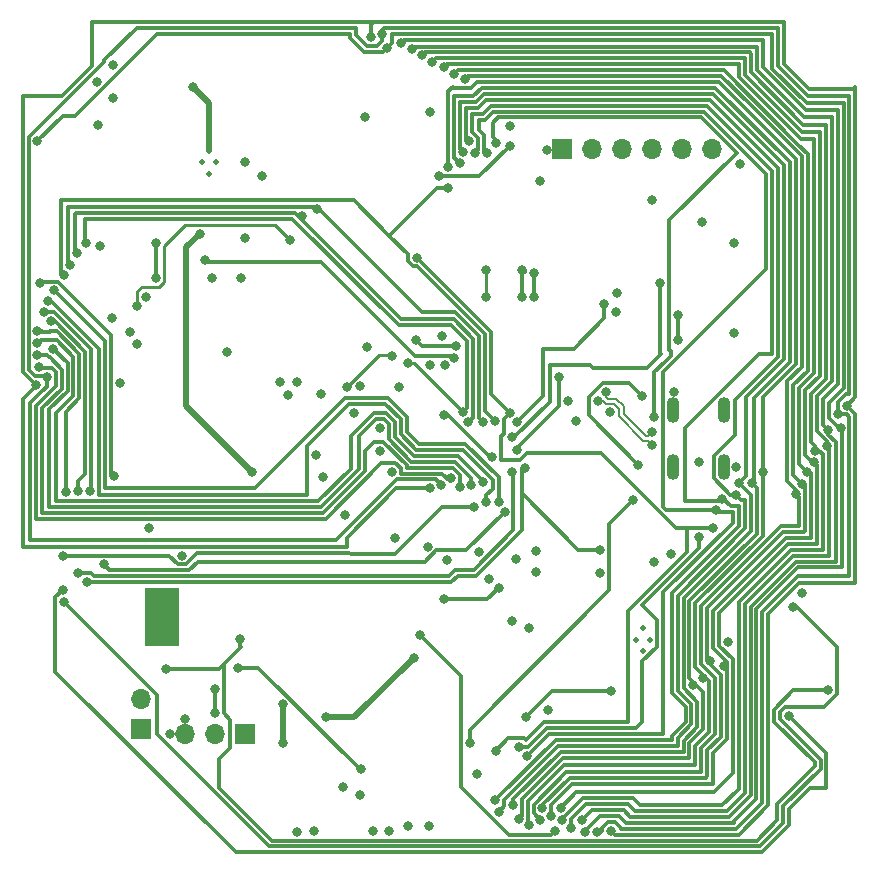
<source format=gbr>
%TF.GenerationSoftware,KiCad,Pcbnew,7.0.7-7.0.7~ubuntu22.04.1*%
%TF.CreationDate,2023-09-13T17:51:59+02:00*%
%TF.ProjectId,ShotClockProject,53686f74-436c-46f6-936b-50726f6a6563,rev?*%
%TF.SameCoordinates,Original*%
%TF.FileFunction,Copper,L4,Bot*%
%TF.FilePolarity,Positive*%
%FSLAX46Y46*%
G04 Gerber Fmt 4.6, Leading zero omitted, Abs format (unit mm)*
G04 Created by KiCad (PCBNEW 7.0.7-7.0.7~ubuntu22.04.1) date 2023-09-13 17:51:59*
%MOMM*%
%LPD*%
G01*
G04 APERTURE LIST*
%TA.AperFunction,ComponentPad*%
%ADD10R,1.700000X1.700000*%
%TD*%
%TA.AperFunction,ComponentPad*%
%ADD11O,1.700000X1.700000*%
%TD*%
%TA.AperFunction,ComponentPad*%
%ADD12C,0.600000*%
%TD*%
%TA.AperFunction,SMDPad,CuDef*%
%ADD13R,2.950000X4.900000*%
%TD*%
%TA.AperFunction,ComponentPad*%
%ADD14C,0.500000*%
%TD*%
%TA.AperFunction,ComponentPad*%
%ADD15O,1.100000X2.200000*%
%TD*%
%TA.AperFunction,ViaPad*%
%ADD16C,0.800000*%
%TD*%
%TA.AperFunction,Conductor*%
%ADD17C,0.250000*%
%TD*%
%TA.AperFunction,Conductor*%
%ADD18C,0.500000*%
%TD*%
%TA.AperFunction,Conductor*%
%ADD19C,0.300000*%
%TD*%
%TA.AperFunction,Conductor*%
%ADD20C,0.200000*%
%TD*%
G04 APERTURE END LIST*
D10*
%TO.P,J3,1,Pin_1*%
%TO.N,GND*%
X164380000Y-75500000D03*
D11*
%TO.P,J3,2,Pin_2*%
%TO.N,unconnected-(J3-Pin_2-Pad2)*%
X166920000Y-75500000D03*
%TO.P,J3,3,Pin_3*%
%TO.N,unconnected-(J3-Pin_3-Pad3)*%
X169460000Y-75500000D03*
%TO.P,J3,4,Pin_4*%
%TO.N,/STM32F103RCT6/UART4_RX*%
X172000000Y-75500000D03*
%TO.P,J3,5,Pin_5*%
%TO.N,/STM32F103RCT6/UART4_TX*%
X174540000Y-75500000D03*
%TO.P,J3,6,Pin_6*%
%TO.N,unconnected-(J3-Pin_6-Pad6)*%
X177080000Y-75500000D03*
%TD*%
D10*
%TO.P,J5,1,Pin_1*%
%TO.N,-BATT*%
X128750000Y-124540000D03*
D11*
%TO.P,J5,2,Pin_2*%
%TO.N,+BATT*%
X128750000Y-122000000D03*
%TD*%
D12*
%TO.P,IC1,9,EP*%
%TO.N,GND*%
X131165000Y-117030000D03*
X131165000Y-115730000D03*
X131165000Y-114430000D03*
X131165000Y-113130000D03*
D13*
X130515000Y-115080000D03*
D12*
X129865000Y-117030000D03*
X129865000Y-115730000D03*
X129865000Y-114430000D03*
X129865000Y-113130000D03*
%TD*%
D14*
%TO.P,U4,11,PGND*%
%TO.N,GNDPWR*%
X133955000Y-76612500D03*
X134530000Y-75662500D03*
X134530000Y-77562500D03*
X135105000Y-76612500D03*
%TD*%
D10*
%TO.P,J6,1,Pin_1*%
%TO.N,unconnected-(J6-Pin_1-Pad1)*%
X137540000Y-125000000D03*
D11*
%TO.P,J6,2,Pin_2*%
%TO.N,/Li-Po Battery and charger/IC_TEMP*%
X135000000Y-125000000D03*
%TO.P,J6,3,Pin_3*%
%TO.N,GND*%
X132460000Y-125000000D03*
%TD*%
D15*
%TO.P,J1,S1,SHIELD*%
%TO.N,GND*%
X178150000Y-97600000D03*
%TO.P,J1,S2,SHIELD__1*%
X173850000Y-97600000D03*
%TO.P,J1,S3,SHIELD__2*%
X178150000Y-102400000D03*
%TO.P,J1,S4,SHIELD__3*%
X173850000Y-102400000D03*
%TD*%
D14*
%TO.P,U3,11,PGND*%
%TO.N,GNDPWR*%
X170675000Y-117015000D03*
X171250000Y-116065000D03*
X171250000Y-117965000D03*
X171825000Y-117015000D03*
%TD*%
D16*
%TO.N,+3.3V*%
X162225000Y-111250000D03*
X178950000Y-91050000D03*
X153250000Y-93800000D03*
X134808173Y-86400913D03*
X150296051Y-108414924D03*
X136017798Y-92620674D03*
X164900000Y-96800000D03*
X178950000Y-83400000D03*
X162525000Y-78200000D03*
X176275000Y-81650000D03*
X162175000Y-109525000D03*
X179525000Y-76700000D03*
X154650000Y-110250000D03*
X147893484Y-92264607D03*
X150594503Y-95605498D03*
X137200000Y-86400000D03*
%TO.N,GND*%
X163100000Y-75550000D03*
X126425000Y-71162500D03*
X142000000Y-133275000D03*
X168500000Y-97750000D03*
X144000000Y-96200000D03*
X131200000Y-125000000D03*
X179125000Y-102375000D03*
X165597386Y-98512485D03*
X145900000Y-129525000D03*
X154475000Y-93775000D03*
X172000000Y-79750000D03*
X149000000Y-99075000D03*
X169025000Y-89275000D03*
X163200000Y-123000000D03*
X126352687Y-89764456D03*
X148975000Y-101050000D03*
X151375000Y-132775000D03*
X125325000Y-83675000D03*
X141950000Y-95200000D03*
X147350000Y-95525000D03*
X125125000Y-73412500D03*
X157375000Y-109600000D03*
X126425000Y-68337500D03*
X157200000Y-128400000D03*
X153125000Y-132775000D03*
X173875000Y-96075000D03*
X160000000Y-73553053D03*
X140550000Y-95225000D03*
X158200000Y-111920500D03*
X141250000Y-96325000D03*
X144175000Y-103275000D03*
X153256569Y-72352372D03*
X146025000Y-106500000D03*
X143600000Y-101375000D03*
X143425000Y-133250000D03*
X129425000Y-107550000D03*
X147749509Y-72800000D03*
X150000000Y-102825000D03*
X126949500Y-95250000D03*
X147300000Y-130175000D03*
X153025000Y-109150000D03*
X160525000Y-110225000D03*
X169050000Y-87675000D03*
X149775000Y-133250000D03*
X125050000Y-69762500D03*
X148375000Y-133250000D03*
X160183007Y-115395414D03*
X138975000Y-77762500D03*
X146800000Y-97800000D03*
X132226756Y-109899500D03*
X178450000Y-117200000D03*
X132475000Y-123750000D03*
X137575000Y-76562500D03*
X184750000Y-113025000D03*
X154250000Y-91325000D03*
%TO.N,/STM32F103RCT6/NRST*%
X158000000Y-88000000D03*
X146200000Y-95600000D03*
X158000000Y-85750500D03*
X150000000Y-93000000D03*
%TO.N,+BATT*%
X151909500Y-118550500D03*
X144400000Y-123600000D03*
%TO.N,Net-(D3-A)*%
X186975000Y-121300000D03*
X130900000Y-119500500D03*
X137150500Y-117000000D03*
%TO.N,/Li-Po Battery and charger/Batt_VoltageDivision_out*%
X159043227Y-112650500D03*
X154400000Y-113600000D03*
%TO.N,GNDPWR*%
X138200000Y-102800000D03*
X133739500Y-82650500D03*
X133170500Y-70200000D03*
%TO.N,Net-(D3-K)*%
X122125000Y-112800000D03*
X183624500Y-123449500D03*
%TO.N,Net-(D4-K)*%
X122275000Y-113800000D03*
X183932210Y-114229693D03*
%TO.N,/Li-Po Battery and charger/IC_TEMP*%
X135000000Y-121150500D03*
X135000000Y-123250000D03*
%TO.N,VBUS*%
X176000000Y-102000000D03*
X170850500Y-102200000D03*
X147400000Y-128000000D03*
X137000000Y-119400000D03*
X170400000Y-105200000D03*
X156600000Y-125800000D03*
X171200000Y-96400000D03*
%TO.N,/STM32F103RCT6/SWDIO*%
X162000000Y-86000000D03*
X162000000Y-87999500D03*
%TO.N,/STM32F103RCT6/SWCLK*%
X161051788Y-85683930D03*
X160999500Y-87999500D03*
%TO.N,/STM32F103RCT6/SW_BOOT0*%
X155451178Y-92173236D03*
X152022756Y-91662802D03*
%TO.N,/STM32F103RCT6/button1_in*%
X160600250Y-98600250D03*
X168000000Y-88600000D03*
%TO.N,/STM32F103RCT6/button2_in*%
X160216863Y-99876053D03*
X172750500Y-86800000D03*
%TO.N,/STM32F103RCT6/button3_in*%
X160640442Y-100989942D03*
X164200000Y-94800000D03*
%TO.N,Net-(U5-3A)*%
X174250000Y-91669570D03*
X174250000Y-89500000D03*
%TO.N,/Connectors to segment displays/TIM2_CH2_PWM2_SEG*%
X154000000Y-77800000D03*
X152129977Y-84670023D03*
X160000000Y-75200000D03*
X158816470Y-126416470D03*
X177200000Y-107583258D03*
X160000000Y-97800000D03*
%TO.N,/Connectors to segment displays/TIM2_CH1_PWM1_SEG*%
X176949500Y-118800000D03*
X162756086Y-131291778D03*
X120530089Y-89251783D03*
X124200000Y-112149000D03*
X124450500Y-104408910D03*
X184750500Y-103794641D03*
X161300500Y-102450500D03*
X172200000Y-110400000D03*
X167650500Y-109400000D03*
X155271279Y-69096054D03*
%TO.N,/Connectors to segment displays/DISP2_SEG_DP*%
X172200500Y-98200000D03*
X158798654Y-75002330D03*
X160749055Y-126106310D03*
X134200000Y-84899500D03*
X176000000Y-108332758D03*
X155258108Y-93153914D03*
%TO.N,/Connectors to segment displays/DISP2_SEG_G*%
X158042119Y-75845283D03*
X124099502Y-83400000D03*
X151400000Y-93600000D03*
X161455810Y-126855810D03*
X156000500Y-97743122D03*
X177417792Y-106048044D03*
%TO.N,/Connectors to segment displays/DISP2_SEG_F*%
X123349500Y-84308428D03*
X177933627Y-105066373D03*
X157044351Y-75786416D03*
X142415383Y-81184617D03*
X156471593Y-98624642D03*
X158751000Y-130610857D03*
%TO.N,/Connectors to segment displays/DISP2_SEG_E*%
X122749500Y-85268809D03*
X143682082Y-80549500D03*
X159051758Y-131564036D03*
X157725634Y-98608342D03*
X156549500Y-74815854D03*
X179137144Y-104748765D03*
%TO.N,/Connectors to segment displays/DISP2_SEG_D*%
X160250500Y-131000000D03*
X154800000Y-78800000D03*
X122230192Y-86169730D03*
X158718906Y-98496915D03*
X179400000Y-103784446D03*
X156049500Y-75690103D03*
%TO.N,/Connectors to segment displays/DISP2_SEG_C*%
X180472541Y-103771860D03*
X161625500Y-116000000D03*
X160750075Y-132196549D03*
X125600000Y-110649000D03*
X126449500Y-103200000D03*
X120200000Y-86800000D03*
X175488967Y-120849115D03*
X159552123Y-106200000D03*
X155748211Y-76683930D03*
%TO.N,/Connectors to segment displays/DISP2_SEG_B*%
X161633179Y-132664664D03*
X154800000Y-77000000D03*
X159046229Y-105337981D03*
X167650500Y-111400500D03*
X121390243Y-87450395D03*
X181399500Y-102800000D03*
X176314442Y-120285557D03*
%TO.N,Net-(Q2-G)*%
X140750000Y-125750000D03*
X140750000Y-122500000D03*
%TO.N,/Connectors to segment displays/DISP2_SEG_A*%
X162558347Y-132286419D03*
X141400000Y-83200000D03*
X156200000Y-69549500D03*
X128400000Y-88800000D03*
X120912502Y-88328330D03*
X158000000Y-105400000D03*
X184250500Y-104660291D03*
%TO.N,/Connectors to segment displays/DISP1_SEG_DP*%
X160199999Y-102800000D03*
X173600000Y-109800000D03*
X123400000Y-111399500D03*
X121133099Y-90068184D03*
X185149522Y-102798642D03*
X163505586Y-131967447D03*
X178125000Y-119222830D03*
X123400000Y-104400000D03*
X154434449Y-68549500D03*
%TO.N,/Connectors to segment displays/DISP1_SEG_G*%
X153447576Y-68079235D03*
X164321024Y-131236365D03*
X119999500Y-90916566D03*
X185750500Y-102000000D03*
X122200000Y-109899500D03*
X127800000Y-91000000D03*
X122400000Y-104550500D03*
X156999500Y-105768584D03*
X137600000Y-83000000D03*
%TO.N,/Connectors to segment displays/DISP1_SEG_F*%
X157704395Y-103702295D03*
X120000066Y-91916068D03*
X128450500Y-91976538D03*
X185800000Y-101000000D03*
X152600000Y-67549500D03*
X164450500Y-132293245D03*
%TO.N,/Connectors to segment displays/DISP1_SEG_E*%
X151675946Y-66999500D03*
X165200000Y-133000000D03*
X129200000Y-88000000D03*
X186850500Y-100600000D03*
X121312969Y-92370078D03*
X156723302Y-103893248D03*
%TO.N,/Connectors to segment displays/DISP1_SEG_D*%
X166116095Y-132317314D03*
X186974166Y-99302889D03*
X163800000Y-133200000D03*
X119999500Y-92915760D03*
X155743970Y-104093029D03*
X152400000Y-116600000D03*
X150749500Y-66499500D03*
%TO.N,/Connectors to segment displays/DISP1_SEG_C*%
X120149293Y-93941133D03*
X120002558Y-74802558D03*
X188000499Y-99131607D03*
X154994470Y-103352092D03*
X166400497Y-133275500D03*
X149562118Y-66962118D03*
%TO.N,/Connectors to segment displays/DISP1_SEG_B*%
X187740892Y-97949500D03*
X120800000Y-94800000D03*
X149173789Y-65774743D03*
X167400000Y-133275500D03*
X154148212Y-103883930D03*
%TO.N,/Connectors to segment displays/DISP1_SEG_A*%
X153200000Y-104200000D03*
X188500500Y-97200000D03*
X148200000Y-66000000D03*
X119870023Y-95470023D03*
X168600000Y-133200000D03*
%TO.N,Net-(R1-Pad1)*%
X130000000Y-86400000D03*
X161400000Y-123600000D03*
X168600000Y-121400000D03*
X130000000Y-83400000D03*
%TO.N,/STM32F103RCT6/PWM3_BUZZER*%
X158506018Y-101553009D03*
X154400000Y-98000000D03*
%TO.N,/STM32F103RCT6/USB_CONN_D+*%
X172000000Y-100525000D03*
X167427013Y-96767848D03*
%TO.N,/STM32F103RCT6/USB_CONN_D-*%
X168169477Y-96025384D03*
X172000000Y-99475000D03*
%TD*%
D17*
%TO.N,/STM32F103RCT6/NRST*%
X148889942Y-92910058D02*
X146200000Y-95600000D01*
X150000000Y-93000000D02*
X149910058Y-92910058D01*
X149910058Y-92910058D02*
X148889942Y-92910058D01*
X158000000Y-88000000D02*
X158000000Y-85750500D01*
D18*
%TO.N,+BATT*%
X151849500Y-118550500D02*
X146800000Y-123600000D01*
X146800000Y-123600000D02*
X144400000Y-123600000D01*
X151909500Y-118550500D02*
X151849500Y-118550500D01*
D19*
%TO.N,Net-(D3-A)*%
X135400000Y-127140000D02*
X135400000Y-129575000D01*
X130900000Y-119500500D02*
X135374500Y-119500500D01*
X182641072Y-132316357D02*
X182641072Y-130902145D01*
X135800000Y-119075000D02*
X135800000Y-123260000D01*
X180932429Y-134025000D02*
X182641072Y-132316357D01*
X182641072Y-130902145D02*
X185800000Y-127743217D01*
X137225000Y-117650000D02*
X137150500Y-117575500D01*
X135800000Y-123260000D02*
X136340000Y-123800000D01*
X184006233Y-121300000D02*
X186975000Y-121300000D01*
X182374500Y-123967267D02*
X182374500Y-122931733D01*
X135400000Y-129575000D02*
X139850000Y-134025000D01*
X136340000Y-123800000D02*
X136340000Y-126200000D01*
X185800000Y-127743217D02*
X185800000Y-127392767D01*
X139850000Y-134025000D02*
X180932429Y-134025000D01*
X185800000Y-127392767D02*
X182374500Y-123967267D01*
X136340000Y-126200000D02*
X135400000Y-127140000D01*
X135374500Y-119500500D02*
X137225000Y-117650000D01*
X137150500Y-117575500D02*
X137150500Y-117000000D01*
X182374500Y-122931733D02*
X184006233Y-121300000D01*
X137225000Y-117650000D02*
X135800000Y-119075000D01*
%TO.N,/Li-Po Battery and charger/Batt_VoltageDivision_out*%
X159043227Y-112650500D02*
X158093727Y-113600000D01*
X158093727Y-113600000D02*
X154400000Y-113600000D01*
D18*
%TO.N,GNDPWR*%
X133739500Y-82650500D02*
X132600000Y-83790000D01*
X133170500Y-70200000D02*
X134530000Y-71559500D01*
X132600000Y-97200000D02*
X138200000Y-102800000D01*
X134530000Y-71559500D02*
X134530000Y-75662500D01*
X132600000Y-83790000D02*
X132600000Y-97200000D01*
D19*
%TO.N,Net-(D3-K)*%
X121525000Y-119715000D02*
X136835000Y-135025000D01*
X183641072Y-132500000D02*
X183641072Y-131316357D01*
X186800000Y-129571642D02*
X186800000Y-126625000D01*
X183641072Y-131316357D02*
X185385787Y-129571642D01*
X185385787Y-129571642D02*
X186800000Y-129571642D01*
X121525000Y-113400000D02*
X121525000Y-119715000D01*
X181346642Y-135025000D02*
X183655538Y-132716104D01*
X122125000Y-112800000D02*
X121525000Y-113400000D01*
X183655538Y-132716104D02*
X183641072Y-132500000D01*
X186800000Y-126625000D02*
X183624500Y-123449500D01*
X136835000Y-135025000D02*
X181346642Y-135025000D01*
%TO.N,Net-(D4-K)*%
X130150000Y-125032106D02*
X130150000Y-121675000D01*
X181139535Y-134525000D02*
X139642893Y-134525000D01*
X186635661Y-122700000D02*
X183313339Y-122700000D01*
X184329693Y-114229693D02*
X187725000Y-117625000D01*
X130150000Y-121675000D02*
X122275000Y-113800000D01*
X182874500Y-123138839D02*
X182874500Y-123760161D01*
X183932210Y-114229693D02*
X184329693Y-114229693D01*
X139642893Y-134525000D02*
X130150000Y-125032106D01*
X183313339Y-122700000D02*
X182874500Y-123138839D01*
X187725000Y-121610661D02*
X186635661Y-122700000D01*
X187725000Y-117625000D02*
X187725000Y-121610661D01*
X182874500Y-123760161D02*
X186300000Y-127185661D01*
X183141072Y-132523463D02*
X181139535Y-134525000D01*
X186300000Y-127185661D02*
X186300000Y-127950323D01*
X183141072Y-131109251D02*
X183141072Y-132523463D01*
X186300000Y-127950323D02*
X183141072Y-131109251D01*
%TO.N,/Li-Po Battery and charger/IC_TEMP*%
X135000000Y-123250000D02*
X135000000Y-121150500D01*
%TO.N,VBUS*%
X156600000Y-124649500D02*
X168400000Y-112849500D01*
X138710661Y-119400000D02*
X147310661Y-128000000D01*
X176000000Y-102000000D02*
X176000000Y-102072792D01*
X156600000Y-125800000D02*
X156600000Y-124649500D01*
X168400000Y-112849500D02*
X168400000Y-107200000D01*
X167858816Y-95275384D02*
X170075384Y-95275384D01*
X170850500Y-102200000D02*
X166677013Y-98026513D01*
X147310661Y-128000000D02*
X147400000Y-128000000D01*
X137000000Y-119400000D02*
X138710661Y-119400000D01*
X168400000Y-107200000D02*
X170400000Y-105200000D01*
X166677013Y-96457187D02*
X167858816Y-95275384D01*
X166677013Y-98026513D02*
X166677013Y-96457187D01*
X170075384Y-95275384D02*
X171200000Y-96400000D01*
%TO.N,/STM32F103RCT6/SWDIO*%
X162000000Y-87999500D02*
X162000000Y-86000000D01*
%TO.N,/STM32F103RCT6/SWCLK*%
X160999500Y-85736218D02*
X161051788Y-85683930D01*
X161250000Y-85882142D02*
X161051788Y-85683930D01*
X160999500Y-87999500D02*
X160999500Y-85736218D01*
%TO.N,/STM32F103RCT6/SW_BOOT0*%
X152533190Y-92173236D02*
X152022756Y-91662802D01*
X155451178Y-92173236D02*
X152533190Y-92173236D01*
%TO.N,/STM32F103RCT6/button1_in*%
X160600250Y-98600250D02*
X162800000Y-96400500D01*
X162800000Y-96400500D02*
X162800000Y-92400000D01*
X168000000Y-89800000D02*
X168000000Y-88600000D01*
X162800000Y-92400000D02*
X165400000Y-92400000D01*
X165400000Y-92400000D02*
X168000000Y-89800000D01*
%TO.N,/STM32F103RCT6/button2_in*%
X163400000Y-96861161D02*
X163400000Y-93800000D01*
X172750500Y-92750500D02*
X172750500Y-86800000D01*
X172800000Y-92800000D02*
X172750500Y-92750500D01*
X160216863Y-99876053D02*
X160385108Y-99876053D01*
X163400000Y-93800000D02*
X166800000Y-93800000D01*
X166800000Y-93800000D02*
X167000000Y-94000000D01*
X171600000Y-94000000D02*
X172800000Y-92800000D01*
X167000000Y-94000000D02*
X171600000Y-94000000D01*
X160385108Y-99876053D02*
X163400000Y-96861161D01*
%TO.N,/STM32F103RCT6/button3_in*%
X164150000Y-94850000D02*
X164200000Y-94800000D01*
X164150000Y-97250000D02*
X164150000Y-94850000D01*
X160640442Y-100989942D02*
X160640442Y-100759558D01*
X160640442Y-100759558D02*
X164150000Y-97250000D01*
%TO.N,Net-(U5-3A)*%
X174250000Y-91669570D02*
X174250000Y-89500000D01*
%TO.N,/Connectors to segment displays/TIM2_CH2_PWM2_SEG*%
X158385170Y-90925216D02*
X152129977Y-84670023D01*
X158385170Y-96185170D02*
X158385170Y-90925216D01*
X170000000Y-114585787D02*
X170000000Y-124000000D01*
X174076152Y-107583258D02*
X167725905Y-101233011D01*
X176000000Y-107583258D02*
X177200000Y-107583258D01*
X159876630Y-125356310D02*
X158816470Y-126416470D01*
X167725905Y-101233011D02*
X161457327Y-101233011D01*
X159468906Y-99563349D02*
X159256018Y-99776237D01*
X161156310Y-125356310D02*
X159876630Y-125356310D01*
X159468906Y-98331094D02*
X159468906Y-99563349D01*
X160000000Y-97800000D02*
X159468906Y-98331094D01*
X176000000Y-107583258D02*
X175000000Y-107583258D01*
X159256018Y-99776237D02*
X159256018Y-100656018D01*
X175000000Y-107583258D02*
X175000000Y-109585787D01*
X160890338Y-101800000D02*
X161457327Y-101233011D01*
X176000000Y-107583258D02*
X174076152Y-107583258D01*
X160000000Y-97800000D02*
X158385170Y-96185170D01*
X161346447Y-125546447D02*
X161156310Y-125356310D01*
X159256018Y-101800000D02*
X160890338Y-101800000D01*
X162892894Y-124000000D02*
X161346447Y-125546447D01*
X170000000Y-124000000D02*
X162892894Y-124000000D01*
X160000000Y-75200000D02*
X157400000Y-77800000D01*
X175000000Y-109585787D02*
X170000000Y-114585787D01*
X159256018Y-101800000D02*
X159256018Y-100656018D01*
X157400000Y-77800000D02*
X154000000Y-77800000D01*
%TO.N,/Connectors to segment displays/TIM2_CH1_PWM1_SEG*%
X184400577Y-75100000D02*
X185200000Y-75899423D01*
X185000000Y-104044141D02*
X185000000Y-107800000D01*
X185000000Y-107800000D02*
X184900000Y-107900000D01*
X124550000Y-104309410D02*
X124550000Y-92425130D01*
X176700000Y-118858491D02*
X177874500Y-120032991D01*
X183157490Y-107900000D02*
X176700000Y-114357490D01*
X161000000Y-104600000D02*
X161000000Y-107742767D01*
X124550000Y-92425130D02*
X121376653Y-89251783D01*
X121376653Y-89251783D02*
X120530089Y-89251783D01*
X177874500Y-125218394D02*
X176700000Y-126392894D01*
X161000000Y-107742767D02*
X157142767Y-111600000D01*
X124450500Y-104408910D02*
X124550000Y-104309410D01*
X165089622Y-128700000D02*
X162756086Y-131033536D01*
X155600000Y-111600000D02*
X155051000Y-112149000D01*
X157142767Y-111600000D02*
X155600000Y-111600000D01*
X185200000Y-75899423D02*
X185200000Y-94285787D01*
X178100578Y-68800000D02*
X184400577Y-75100000D01*
X185200000Y-94285787D02*
X183991392Y-95494394D01*
X155271279Y-69096054D02*
X155567333Y-68800000D01*
X157400000Y-68800000D02*
X178100578Y-68800000D01*
X184750500Y-103794641D02*
X185000000Y-104044141D01*
X162756086Y-131033536D02*
X162756086Y-131291778D01*
X177874500Y-120032991D02*
X177874500Y-125218394D01*
X176700000Y-128600000D02*
X176600000Y-128700000D01*
X155567333Y-68800000D02*
X157400000Y-68800000D01*
X155051000Y-112149000D02*
X124200000Y-112149000D01*
X161088840Y-102450500D02*
X161000000Y-102539340D01*
X176600000Y-128700000D02*
X165089622Y-128700000D01*
X183991392Y-95494394D02*
X183991392Y-103035533D01*
X176700000Y-126392894D02*
X176700000Y-128600000D01*
X176700000Y-114357490D02*
X176700000Y-118858491D01*
X165800000Y-109400000D02*
X167650500Y-109400000D01*
X184900000Y-107900000D02*
X183157490Y-107900000D01*
X183991392Y-103035533D02*
X184750500Y-103794641D01*
X161300500Y-102450500D02*
X161088840Y-102450500D01*
X161000000Y-102539340D02*
X161000000Y-104600000D01*
X161000000Y-104600000D02*
X165800000Y-109400000D01*
%TO.N,/Connectors to segment displays/DISP2_SEG_DP*%
X170700000Y-124500000D02*
X163100000Y-124500000D01*
X176000000Y-108332758D02*
X176000000Y-109292894D01*
X152000000Y-93000000D02*
X155104194Y-93000000D01*
X134300500Y-85000000D02*
X144000000Y-85000000D01*
X144000000Y-85000000D02*
X152000000Y-93000000D01*
X158548500Y-73251500D02*
X158996447Y-72803553D01*
X173500000Y-81500001D02*
X173500000Y-92500000D01*
X171200000Y-114092894D02*
X172425000Y-115317894D01*
X163100000Y-124500000D02*
X161494190Y-126105810D01*
X161494190Y-126105810D02*
X160749555Y-126105810D01*
X172425000Y-117638529D02*
X171200000Y-118863529D01*
X158996447Y-72803553D02*
X161400000Y-72803553D01*
X176196574Y-72803553D02*
X179196511Y-75803490D01*
X158798654Y-75002330D02*
X158798654Y-74697605D01*
X173096447Y-93496447D02*
X172200500Y-94392394D01*
X172200500Y-94392394D02*
X172200500Y-98200000D01*
X161400000Y-72803553D02*
X176196574Y-72803553D01*
X172425000Y-115317894D02*
X172425000Y-117638529D01*
X173600000Y-92600000D02*
X173600000Y-92992894D01*
X179196511Y-75803490D02*
X173500000Y-81500001D01*
X173500000Y-92500000D02*
X173600000Y-92600000D01*
X171200000Y-124000000D02*
X170700000Y-124500000D01*
X155104194Y-93000000D02*
X155258108Y-93153914D01*
X158798654Y-74697605D02*
X158548500Y-74447451D01*
X160749555Y-126105810D02*
X160749055Y-126106310D01*
X158548500Y-74447451D02*
X158548500Y-73251500D01*
X173600000Y-92992894D02*
X173096447Y-93496447D01*
X134200000Y-84899500D02*
X134300500Y-85000000D01*
X176000000Y-109292894D02*
X171200000Y-114092894D01*
X171200000Y-118863529D02*
X171200000Y-124000000D01*
D17*
%TO.N,/Connectors to segment displays/DISP2_SEG_G*%
X156000500Y-97743122D02*
X151857378Y-93600000D01*
D19*
X156385170Y-97358452D02*
X156385170Y-91753640D01*
X141570812Y-81400000D02*
X124000000Y-81400000D01*
X181700000Y-77599873D02*
X181700000Y-85600000D01*
X124000000Y-83300498D02*
X124099502Y-83400000D01*
X173200000Y-106000000D02*
X177369748Y-106000000D01*
X150577918Y-90407106D02*
X141570812Y-81400000D01*
X157353553Y-73000000D02*
X157910659Y-73000000D01*
X181700000Y-85600000D02*
X172950000Y-94350000D01*
X158042119Y-75845283D02*
X157799500Y-75602664D01*
X177417792Y-106048044D02*
X177569748Y-106200000D01*
X173000000Y-125000000D02*
X163311620Y-125000000D01*
X172950000Y-94350000D02*
X172950000Y-105750000D01*
X173000000Y-113000000D02*
X173000000Y-125000000D01*
X158607106Y-72303553D02*
X176403680Y-72303553D01*
X178881272Y-106200000D02*
X178881272Y-107118728D01*
X157799500Y-75602664D02*
X157799500Y-74292394D01*
X157910659Y-73000000D02*
X158607106Y-72303553D01*
X156000500Y-97743122D02*
X156385170Y-97358452D01*
X155038636Y-90407106D02*
X150577918Y-90407106D01*
X172950000Y-105750000D02*
X173200000Y-106000000D01*
X157799500Y-74292394D02*
X157353553Y-73846447D01*
X176403680Y-72303553D02*
X181700000Y-77599873D01*
X177569748Y-106200000D02*
X178881272Y-106200000D01*
X157353553Y-73846447D02*
X157353553Y-73000000D01*
X124000000Y-81400000D02*
X124000000Y-83300498D01*
D17*
X151857378Y-93600000D02*
X151400000Y-93600000D01*
D19*
X178881272Y-107118728D02*
X173000000Y-113000000D01*
X163311620Y-125000000D02*
X161455810Y-126855810D01*
X156385170Y-91753640D02*
X155038636Y-90407106D01*
X177369748Y-106000000D02*
X177417792Y-106048044D01*
%TO.N,/Connectors to segment displays/DISP2_SEG_F*%
X159000500Y-130371074D02*
X163871573Y-125500000D01*
X181127208Y-92800000D02*
X182200000Y-92800000D01*
X157703553Y-72500000D02*
X156800000Y-72500000D01*
X182200000Y-77307106D02*
X176696447Y-71803553D01*
X163871573Y-125500000D02*
X173700000Y-125500000D01*
X123300000Y-80900000D02*
X123200000Y-81000000D01*
X174800000Y-105298544D02*
X174800000Y-99127208D01*
X173700000Y-121535021D02*
X173700000Y-113085288D01*
X158751000Y-130610857D02*
X158990783Y-130371074D01*
X177933627Y-105066373D02*
X177701456Y-105298544D01*
X182200000Y-92800000D02*
X182200000Y-77307106D01*
X155245742Y-89907106D02*
X150785024Y-89907106D01*
X123200000Y-81000000D02*
X123200000Y-84158928D01*
X178700000Y-105700000D02*
X178066373Y-105066373D01*
X177701456Y-105298544D02*
X174800000Y-105298544D01*
X178066373Y-105066373D02*
X177933627Y-105066373D01*
X157299500Y-75531267D02*
X157044351Y-75786416D01*
X141777918Y-80900000D02*
X123300000Y-80900000D01*
X156885170Y-98211065D02*
X156885170Y-91546534D01*
X158400000Y-71803553D02*
X157703553Y-72500000D01*
X174800000Y-99127208D02*
X181127208Y-92800000D01*
X156471593Y-98624642D02*
X156885170Y-98211065D01*
X174874500Y-122709521D02*
X173700000Y-121535021D01*
X179381272Y-105700000D02*
X178700000Y-105700000D01*
X123200000Y-84158928D02*
X123349500Y-84308428D01*
X156800000Y-74000000D02*
X157299500Y-74499500D01*
X173700000Y-113085288D02*
X179381272Y-107404016D01*
X150785024Y-89907106D02*
X141777918Y-80900000D01*
X158990783Y-130371074D02*
X159000500Y-130371074D01*
X157299500Y-74499500D02*
X157299500Y-75531267D01*
X179381272Y-107404016D02*
X179381272Y-105700000D01*
X176696447Y-71803553D02*
X158400000Y-71803553D01*
X156800000Y-72500000D02*
X156800000Y-74000000D01*
X173700000Y-125150258D02*
X174874500Y-123975758D01*
X174874500Y-123975758D02*
X174874500Y-122709521D01*
X156885170Y-91546534D02*
X155245742Y-89907106D01*
X173700000Y-125500000D02*
X173700000Y-125150258D01*
%TO.N,/Connectors to segment displays/DISP2_SEG_E*%
X179899500Y-105200000D02*
X179588379Y-105200000D01*
X174200000Y-121327915D02*
X174200000Y-113292394D01*
X122600000Y-80400000D02*
X122600000Y-85119309D01*
X179588379Y-105200000D02*
X179137144Y-104748765D01*
X157314213Y-72000000D02*
X156300000Y-72000000D01*
X174200000Y-125357364D02*
X175374500Y-124182864D01*
X179050000Y-99677208D02*
X179050000Y-96721576D01*
X177250000Y-103322792D02*
X177250000Y-101477208D01*
X182700000Y-93071576D02*
X182700000Y-77100000D01*
X152552082Y-89270000D02*
X143682082Y-80400000D01*
X182700000Y-77100000D02*
X176903553Y-71303553D01*
X143682082Y-80400000D02*
X122600000Y-80400000D01*
X164078680Y-126000000D02*
X174200000Y-126000000D01*
X174200000Y-126000000D02*
X174200000Y-125357364D01*
X155315742Y-89270000D02*
X152552082Y-89270000D01*
X158010660Y-71303553D02*
X157314213Y-72000000D01*
X179050000Y-96721576D02*
X182700000Y-93071576D01*
X159051758Y-131564036D02*
X159500500Y-131115294D01*
X178675973Y-104748765D02*
X177250000Y-103322792D01*
X179899500Y-107592894D02*
X179899500Y-105200000D01*
X156300000Y-74700000D02*
X156415854Y-74815854D01*
X157725634Y-98608342D02*
X157385170Y-98267878D01*
X159500500Y-130578180D02*
X164078680Y-126000000D01*
X157385170Y-91339428D02*
X155315742Y-89270000D01*
X175374500Y-124182864D02*
X175374500Y-122502415D01*
X177250000Y-101477208D02*
X179050000Y-99677208D01*
X179137144Y-104748765D02*
X178675973Y-104748765D01*
X156415854Y-74815854D02*
X156549500Y-74815854D01*
X175374500Y-122502415D02*
X174200000Y-121327915D01*
X157385170Y-98267878D02*
X157385170Y-91339428D01*
X174200000Y-113292394D02*
X179899500Y-107592894D01*
X156300000Y-72000000D02*
X156300000Y-74700000D01*
X122600000Y-85119309D02*
X122749500Y-85268809D01*
X159500500Y-131115294D02*
X159500500Y-130578180D01*
X176903553Y-71303553D02*
X158010660Y-71303553D01*
%TO.N,/Connectors to segment displays/DISP2_SEG_D*%
X183200000Y-76807106D02*
X177192894Y-70800000D01*
X122000000Y-85939538D02*
X122230192Y-86169730D01*
X164285788Y-126500000D02*
X174700000Y-126500000D01*
X179400000Y-103784446D02*
X180000000Y-103184446D01*
X174700000Y-113499500D02*
X180399500Y-107800000D01*
X158718906Y-98496915D02*
X157885170Y-97663179D01*
X174700000Y-125564470D02*
X175874500Y-124389970D01*
X157885170Y-97663179D02*
X157885170Y-91132322D01*
X151819316Y-85420023D02*
X151379977Y-84980684D01*
X152172871Y-85420023D02*
X151819316Y-85420023D01*
X149800000Y-82800000D02*
X146800000Y-79800000D01*
X160250500Y-131000000D02*
X160250500Y-130535288D01*
X180000000Y-103184446D02*
X180000000Y-96478682D01*
X157803553Y-70803553D02*
X157107106Y-71500000D01*
X146800000Y-79800000D02*
X122000000Y-79800000D01*
X157885170Y-91132322D02*
X152172871Y-85420023D01*
X175874500Y-122295309D02*
X174700000Y-121120809D01*
X177192894Y-70800000D02*
X161400000Y-70800000D01*
X122000000Y-79800000D02*
X122000000Y-85939538D01*
X180399500Y-107800000D02*
X180399500Y-104783946D01*
X151379977Y-84379977D02*
X149800000Y-82800000D01*
X155800000Y-75440603D02*
X156049500Y-75690103D01*
X180000000Y-96478682D02*
X183200000Y-93278682D01*
X151379977Y-84980684D02*
X151379977Y-84379977D01*
X175874500Y-124389970D02*
X175874500Y-122295309D01*
X161400000Y-70800000D02*
X161396447Y-70803553D01*
X161396447Y-70803553D02*
X157803553Y-70803553D01*
X174700000Y-121120809D02*
X174700000Y-113499500D01*
X180399500Y-104783946D02*
X179400000Y-103784446D01*
X155800000Y-71500000D02*
X155800000Y-75440603D01*
X174700000Y-126500000D02*
X174700000Y-125564470D01*
X153800000Y-78800000D02*
X149800000Y-82800000D01*
X160250500Y-130535288D02*
X164285788Y-126500000D01*
X183200000Y-93278682D02*
X183200000Y-76807106D01*
X157107106Y-71500000D02*
X155800000Y-71500000D01*
X154800000Y-78800000D02*
X153800000Y-78800000D01*
%TO.N,/Connectors to segment displays/DISP2_SEG_C*%
X164492894Y-127000000D02*
X161000000Y-130492893D01*
X126100000Y-111149000D02*
X125600000Y-110649000D01*
X155300000Y-76235719D02*
X155748211Y-76683930D01*
X176374500Y-124597076D02*
X175200000Y-125771576D01*
X176374500Y-121406276D02*
X176374500Y-124597076D01*
X155300000Y-71000000D02*
X155300000Y-76235719D01*
X120299605Y-86700395D02*
X120200000Y-86800000D01*
X175200000Y-127000000D02*
X164492894Y-127000000D01*
X126200000Y-91199491D02*
X121700904Y-86700395D01*
X156291462Y-109460661D02*
X153775000Y-109460661D01*
X180650000Y-96535788D02*
X183700000Y-93485788D01*
X161000000Y-131946624D02*
X160750075Y-132196549D01*
X175200000Y-120231776D02*
X176374500Y-121406276D01*
X177400000Y-70300000D02*
X157600000Y-70300000D01*
X121700904Y-86700395D02*
X120299605Y-86700395D01*
X175200000Y-113736172D02*
X175200000Y-120231776D01*
X153775000Y-109460661D02*
X152835661Y-110400000D01*
X133600000Y-110400000D02*
X132851000Y-111149000D01*
X175200000Y-125771576D02*
X175200000Y-127000000D01*
X183700000Y-93485788D02*
X183700000Y-76600000D01*
X161000000Y-130492893D02*
X161000000Y-131946624D01*
X126200000Y-102950500D02*
X126200000Y-91199491D01*
X132851000Y-111149000D02*
X126100000Y-111149000D01*
X126449500Y-103200000D02*
X126200000Y-102950500D01*
X183700000Y-76600000D02*
X177400000Y-70300000D01*
X159552123Y-106200000D02*
X156291462Y-109460661D01*
X156900000Y-71000000D02*
X155300000Y-71000000D01*
X152835661Y-110400000D02*
X133600000Y-110400000D01*
X180899500Y-104198819D02*
X180899500Y-108036672D01*
X157600000Y-70300000D02*
X156900000Y-71000000D01*
X180472541Y-103771860D02*
X180650000Y-103594401D01*
X180899500Y-108036672D02*
X175200000Y-113736172D01*
X180472541Y-103771860D02*
X180899500Y-104198819D01*
X180650000Y-103594401D02*
X180650000Y-96535788D01*
%TO.N,/Connectors to segment displays/DISP2_SEG_B*%
X176874500Y-120492767D02*
X175700000Y-119318267D01*
X138400000Y-104200000D02*
X125700000Y-104200000D01*
X125700000Y-104200000D02*
X125700000Y-91760152D01*
X164600000Y-127600000D02*
X175700000Y-127600000D01*
X175700000Y-113943278D02*
X181399500Y-108243778D01*
X159046229Y-105337981D02*
X159046229Y-103276362D01*
X155299500Y-70299500D02*
X155200000Y-70200000D01*
X159046229Y-103276362D02*
X156219867Y-100450000D01*
X151250000Y-99435914D02*
X151250000Y-98143021D01*
X155200000Y-70200000D02*
X154800000Y-70600000D01*
X181399500Y-108243778D02*
X181399500Y-102800000D01*
X181400000Y-102799500D02*
X181400000Y-96492894D01*
X152264086Y-100450000D02*
X151250000Y-99435914D01*
X176874500Y-124804182D02*
X176874500Y-120492767D01*
X156219867Y-100450000D02*
X152264086Y-100450000D01*
X175700000Y-127600000D02*
X175700000Y-125978682D01*
X125700000Y-91760152D02*
X121390243Y-87450395D01*
X161500000Y-130700000D02*
X164600000Y-127600000D01*
X175700000Y-125978682D02*
X176874500Y-124804182D01*
X184200000Y-93692894D02*
X184200000Y-76313634D01*
X184200000Y-76313634D02*
X177686366Y-69800000D01*
X181399500Y-102800000D02*
X181400000Y-102799500D01*
X181400000Y-96492894D02*
X184200000Y-93692894D01*
X161633179Y-132664664D02*
X161500000Y-132531485D01*
X146050000Y-96550000D02*
X138400000Y-104200000D01*
X177686366Y-69800000D02*
X157200000Y-69800000D01*
X151250000Y-98143021D02*
X149656979Y-96550000D01*
X156700500Y-70299500D02*
X155299500Y-70299500D01*
X157200000Y-69800000D02*
X156700500Y-70299500D01*
X175700000Y-119318267D02*
X175700000Y-113943278D01*
X161500000Y-132531485D02*
X161500000Y-130700000D01*
X154800000Y-70600000D02*
X154800000Y-77000000D01*
X149656979Y-96550000D02*
X146050000Y-96550000D01*
D18*
%TO.N,Net-(Q2-G)*%
X140750000Y-122500000D02*
X140750000Y-125750000D01*
D19*
%TO.N,/Connectors to segment displays/DISP2_SEG_A*%
X149449873Y-97050000D02*
X146350000Y-97050000D01*
X158000000Y-105400000D02*
X158000000Y-104800000D01*
X176200000Y-119111161D02*
X177374500Y-120285661D01*
D17*
X140075000Y-81875000D02*
X132525017Y-81875000D01*
D19*
X142800000Y-104800000D02*
X125200000Y-104800000D01*
X184500000Y-104909791D02*
X184500000Y-107400000D01*
X142800000Y-100600000D02*
X142800000Y-104800000D01*
X184250500Y-104660291D02*
X184500000Y-104909791D01*
D17*
X128810718Y-87125000D02*
X128400000Y-87535718D01*
D19*
X150750000Y-99643020D02*
X150750000Y-98350127D01*
X161400000Y-69300000D02*
X177893472Y-69300000D01*
X176200000Y-114150384D02*
X176200000Y-119111161D01*
D17*
X141400000Y-83200000D02*
X140075000Y-81875000D01*
X130300305Y-87125000D02*
X128810718Y-87125000D01*
D19*
X158546229Y-104253771D02*
X158546229Y-103483468D01*
X156200000Y-69549500D02*
X156449500Y-69300000D01*
D17*
X130725000Y-83675017D02*
X130725000Y-86700305D01*
X132525017Y-81875000D02*
X130725000Y-83675017D01*
D19*
X184700000Y-93900000D02*
X183491392Y-95108608D01*
X156012761Y-100950000D02*
X152056980Y-100950000D01*
X183491392Y-103596194D02*
X184250500Y-104355302D01*
X177893472Y-69300000D02*
X180296736Y-71703264D01*
X182950384Y-107400000D02*
X176200000Y-114150384D01*
X152056980Y-100950000D02*
X150750000Y-99643020D01*
X158000000Y-104800000D02*
X158546229Y-104253771D01*
X184250500Y-104355302D02*
X184250500Y-104660291D01*
D17*
X128400000Y-87535718D02*
X128400000Y-88800000D01*
D19*
X180296736Y-71703264D02*
X184700000Y-76106528D01*
X184500000Y-107400000D02*
X182950384Y-107400000D01*
X183491392Y-95108608D02*
X183491392Y-103596194D01*
X150750000Y-98350127D02*
X149449873Y-97050000D01*
X184700000Y-76106528D02*
X184700000Y-76600000D01*
X158546229Y-103483468D02*
X156012761Y-100950000D01*
X125200000Y-92368024D02*
X121160306Y-88328330D01*
X162000000Y-131728072D02*
X162558347Y-132286419D01*
X176200000Y-126185788D02*
X176200000Y-128200000D01*
X164787203Y-128200000D02*
X162000000Y-130987203D01*
X177374500Y-120285661D02*
X177374500Y-125011288D01*
X146350000Y-97050000D02*
X142800000Y-100600000D01*
X156449500Y-69300000D02*
X161400000Y-69300000D01*
X162000000Y-130987203D02*
X162000000Y-131728072D01*
X177374500Y-125011288D02*
X176200000Y-126185788D01*
X125200000Y-104800000D02*
X125200000Y-92368024D01*
X184700000Y-76600000D02*
X184700000Y-93900000D01*
X176200000Y-128200000D02*
X164787203Y-128200000D01*
X121160306Y-88328330D02*
X120912502Y-88328330D01*
D17*
X130725000Y-86700305D02*
X130300305Y-87125000D01*
D19*
%TO.N,/Connectors to segment displays/DISP1_SEG_DP*%
X124050000Y-102950000D02*
X123400000Y-103600000D01*
X184491392Y-102140512D02*
X184491392Y-95701501D01*
X184491392Y-95701501D02*
X185750000Y-94442894D01*
X123400000Y-103600000D02*
X123400000Y-104400000D01*
X177200000Y-129200000D02*
X165296728Y-129200000D01*
X178374500Y-118892267D02*
X178374500Y-125425500D01*
X124050000Y-92632236D02*
X124050000Y-102950000D01*
X185750000Y-94442894D02*
X185750000Y-74600000D01*
X177200000Y-126600000D02*
X177200000Y-129200000D01*
X185398642Y-102798642D02*
X185500000Y-102900000D01*
X185750000Y-74600000D02*
X184607684Y-74600000D01*
X163505586Y-130991142D02*
X163505586Y-131967447D01*
X177200000Y-114564596D02*
X177200000Y-117717767D01*
X185500000Y-108400000D02*
X183364596Y-108400000D01*
X160301623Y-102901624D02*
X160301623Y-107734038D01*
X121485948Y-90068184D02*
X124050000Y-92632236D01*
X154843893Y-111649000D02*
X124760661Y-111649000D01*
X165296728Y-129200000D02*
X163505586Y-130991142D01*
X179400000Y-68300000D02*
X154683949Y-68300000D01*
X160199999Y-102800000D02*
X160301623Y-102901624D01*
X179400000Y-69392315D02*
X179400000Y-68300000D01*
X155392893Y-111100000D02*
X154843893Y-111649000D01*
X185500000Y-102900000D02*
X185500000Y-108400000D01*
X160301623Y-107734038D02*
X156935661Y-111100000D01*
X124511161Y-111399500D02*
X123400000Y-111399500D01*
X124760661Y-111649000D02*
X124511161Y-111399500D01*
X185149522Y-102798642D02*
X185398642Y-102798642D01*
X121133099Y-90068184D02*
X121485948Y-90068184D01*
X183364596Y-108400000D02*
X177200000Y-114564596D01*
X156935661Y-111100000D02*
X155392893Y-111100000D01*
X185149522Y-102798642D02*
X184491392Y-102140512D01*
X184607684Y-74600000D02*
X179400000Y-69392315D01*
X177200000Y-117717767D02*
X178374500Y-118892267D01*
X178374500Y-125425500D02*
X177200000Y-126600000D01*
X154683949Y-68300000D02*
X154434449Y-68549500D01*
%TO.N,/Connectors to segment displays/DISP1_SEG_G*%
X184714791Y-74000000D02*
X186250000Y-74000000D01*
X120351005Y-90916566D02*
X120416170Y-90981731D01*
X184991392Y-95908608D02*
X184991392Y-101391392D01*
X177700000Y-117510661D02*
X178874500Y-118685161D01*
X154292077Y-105768584D02*
X150285661Y-109775000D01*
X177700000Y-114771702D02*
X177700000Y-117510661D01*
X178874500Y-128325500D02*
X177250000Y-129950000D01*
X132537417Y-110649500D02*
X131913838Y-110649500D01*
X178874500Y-118685161D02*
X178874500Y-128325500D01*
X155600000Y-67800000D02*
X179900000Y-67800000D01*
X123550000Y-92839342D02*
X123550000Y-96557106D01*
X186250000Y-74000000D02*
X186250000Y-94650000D01*
X156999500Y-105768584D02*
X154292077Y-105768584D01*
X131163838Y-109899500D02*
X122200000Y-109899500D01*
X146532107Y-109775000D02*
X146407107Y-109650000D01*
X150285661Y-109775000D02*
X146532107Y-109775000D01*
X179900000Y-69185209D02*
X184714791Y-74000000D01*
X121627224Y-90916566D02*
X123550000Y-92839342D01*
X186000000Y-108900000D02*
X183571702Y-108900000D01*
X119999500Y-90916566D02*
X120351005Y-90916566D01*
X153726811Y-67800000D02*
X155600000Y-67800000D01*
X185750500Y-102000000D02*
X186000000Y-102249500D01*
X183571702Y-108900000D02*
X177700000Y-114771702D01*
X132985661Y-110201256D02*
X132537417Y-110649500D01*
X185597595Y-101997595D02*
X185600000Y-102000000D01*
X146407107Y-109650000D02*
X133535661Y-109650000D01*
X165607389Y-129950000D02*
X164321024Y-131236365D01*
X186000000Y-102249500D02*
X186000000Y-108900000D01*
X132985661Y-110200000D02*
X132985661Y-110201256D01*
X123550000Y-96557106D02*
X122400000Y-97707106D01*
X121037492Y-90981731D02*
X121102657Y-90916566D01*
X184991392Y-101391392D02*
X185597595Y-101997595D01*
X121102657Y-90916566D02*
X121627224Y-90916566D01*
X120416170Y-90981731D02*
X121037492Y-90981731D01*
X153447576Y-68079235D02*
X153726811Y-67800000D01*
X177250000Y-129950000D02*
X165607389Y-129950000D01*
X131913838Y-110649500D02*
X131163838Y-109899500D01*
X186250000Y-94650000D02*
X184991392Y-95908608D01*
X122400000Y-97707106D02*
X122400000Y-104550500D01*
X179900000Y-67800000D02*
X179900000Y-69185209D01*
X133535661Y-109650000D02*
X132985661Y-110200000D01*
X185600000Y-102000000D02*
X185750500Y-102000000D01*
%TO.N,/Connectors to segment displays/DISP1_SEG_F*%
X179374500Y-113804308D02*
X179374500Y-129625500D01*
X151849874Y-101450000D02*
X150250000Y-99850126D01*
X180300000Y-67300000D02*
X152849500Y-67300000D01*
X155567251Y-101450000D02*
X151849874Y-101450000D01*
X164450500Y-132166843D02*
X164450500Y-132293245D01*
X186750000Y-73400000D02*
X184821897Y-73400000D01*
X150250000Y-98557233D02*
X149517767Y-97825000D01*
X170425000Y-130450000D02*
X166167343Y-130450000D01*
X180400000Y-67400000D02*
X180300000Y-67300000D01*
X157704395Y-103587144D02*
X155567251Y-101450000D01*
X185491392Y-96194394D02*
X186750000Y-94935787D01*
X186500000Y-101310161D02*
X186500000Y-109400000D01*
X152849500Y-67300000D02*
X152600000Y-67549500D01*
X121600000Y-105300000D02*
X121600000Y-97800000D01*
X185800000Y-101000000D02*
X186189839Y-101000000D01*
X148467893Y-97825000D02*
X146539341Y-99753553D01*
X186189839Y-101000000D02*
X186500000Y-101310161D01*
X185800000Y-101000000D02*
X185800000Y-100610161D01*
X179200000Y-129800000D02*
X177975000Y-131025000D01*
X121623630Y-91620078D02*
X120296056Y-91620078D01*
X123050000Y-93046448D02*
X121623630Y-91620078D01*
X120296056Y-91620078D02*
X120000066Y-91916068D01*
X186500000Y-109400000D02*
X183778808Y-109400000D01*
X157704395Y-103702295D02*
X157704395Y-103587144D01*
X150250000Y-99850126D02*
X150250000Y-98557233D01*
X123050000Y-96350000D02*
X123050000Y-93046448D01*
X146539341Y-102539341D02*
X143778682Y-105300000D01*
X121600000Y-97800000D02*
X123050000Y-96350000D01*
X171000000Y-131025000D02*
X170425000Y-130450000D01*
X185491392Y-100301553D02*
X185491392Y-96194394D01*
X146539341Y-99753553D02*
X146539341Y-102539341D01*
X185800000Y-100610161D02*
X185491392Y-100301553D01*
X180400000Y-68978103D02*
X180400000Y-67400000D01*
X177975000Y-131025000D02*
X171000000Y-131025000D01*
X166167343Y-130450000D02*
X164450500Y-132166843D01*
X179374500Y-129625500D02*
X179200000Y-129800000D01*
X149517767Y-97825000D02*
X148467893Y-97825000D01*
X186750000Y-94935787D02*
X186750000Y-73400000D01*
X143778682Y-105300000D02*
X121600000Y-105300000D01*
X183778808Y-109400000D02*
X179374500Y-113804308D01*
X184821897Y-73400000D02*
X180400000Y-68978103D01*
%TO.N,/Connectors to segment displays/DISP1_SEG_E*%
X147192894Y-99807106D02*
X147192894Y-102592894D01*
X186850500Y-100229468D02*
X186673921Y-100052889D01*
X147192894Y-102592894D02*
X143985788Y-105800000D01*
X184929004Y-72800000D02*
X180900000Y-68770996D01*
X149750000Y-98764339D02*
X149310661Y-98325000D01*
X187250000Y-72800000D02*
X184929004Y-72800000D01*
X187000000Y-109900000D02*
X183985914Y-109900000D01*
X149310661Y-98325000D02*
X148675000Y-98325000D01*
X170025000Y-130950000D02*
X166422748Y-130950000D01*
X166422748Y-130950000D02*
X165200000Y-132172748D01*
X187000000Y-100749500D02*
X187000000Y-109300000D01*
X185991392Y-99380776D02*
X185991392Y-96401501D01*
X151642768Y-101950000D02*
X149750000Y-100057232D01*
X156723302Y-103313157D02*
X155360145Y-101950000D01*
X187000000Y-109300000D02*
X187000000Y-109900000D01*
X121000000Y-105800000D02*
X121000000Y-97521318D01*
X186673921Y-100052889D02*
X186663505Y-100052889D01*
X180900000Y-66800000D02*
X151875446Y-66800000D01*
X180900000Y-68770996D02*
X180900000Y-66800000D01*
X148675000Y-98325000D02*
X147192894Y-99807106D01*
X179874500Y-114011414D02*
X179874500Y-114425626D01*
X179874500Y-114425626D02*
X179874500Y-129992894D01*
X186850500Y-100600000D02*
X187000000Y-100749500D01*
X122550000Y-93607109D02*
X121312969Y-92370078D01*
X143985788Y-105800000D02*
X121000000Y-105800000D01*
X156723302Y-103893248D02*
X156723302Y-103313157D01*
X186850500Y-100600000D02*
X186850500Y-100229468D01*
X122550000Y-95971318D02*
X122550000Y-93607109D01*
X155360145Y-101950000D02*
X151642768Y-101950000D01*
X186663505Y-100052889D02*
X185991392Y-99380776D01*
X179874500Y-129992894D02*
X178342394Y-131525000D01*
X185991392Y-96401501D02*
X187250000Y-95142894D01*
X151875446Y-66800000D02*
X151675946Y-66999500D01*
X178342394Y-131525000D02*
X170600000Y-131525000D01*
X183985914Y-109900000D02*
X179874500Y-114011414D01*
X149750000Y-100057232D02*
X149750000Y-98764339D01*
X165200000Y-132172748D02*
X165200000Y-133000000D01*
X170600000Y-131525000D02*
X170025000Y-130950000D01*
X187250000Y-95142894D02*
X187250000Y-72800000D01*
X121000000Y-97521318D02*
X122550000Y-95971318D01*
%TO.N,/Connectors to segment displays/DISP1_SEG_D*%
X147746447Y-102746447D02*
X147746447Y-101053553D01*
X180374500Y-114218520D02*
X180374500Y-130200000D01*
X180374500Y-130200000D02*
X178549500Y-132025000D01*
X187750000Y-95350000D02*
X187750000Y-72200000D01*
X155850000Y-129450000D02*
X159925000Y-133525000D01*
X144192894Y-106300000D02*
X147746447Y-102746447D01*
X147746447Y-101053553D02*
X148500000Y-100300000D01*
X119999500Y-92915760D02*
X120797990Y-92915760D01*
X178549500Y-132025000D02*
X170200000Y-132025000D01*
X149285661Y-100300000D02*
X151250000Y-102264339D01*
X155850000Y-120050000D02*
X155850000Y-129450000D01*
X150999000Y-66250000D02*
X150749500Y-66499500D01*
X121002308Y-93120078D02*
X121027184Y-93120078D01*
X155153039Y-102450000D02*
X155743970Y-103040931D01*
X159925000Y-133525000D02*
X163475000Y-133525000D01*
X155743970Y-103040931D02*
X155743970Y-104093029D01*
X187750000Y-72200000D02*
X185036110Y-72200000D01*
X185036110Y-72200000D02*
X181400000Y-68563890D01*
X121027184Y-93120078D02*
X122050000Y-94142894D01*
X152400000Y-116600000D02*
X155850000Y-120050000D01*
X187600000Y-110400000D02*
X184193020Y-110400000D01*
X181400000Y-66250000D02*
X150999000Y-66250000D01*
X184193020Y-110400000D02*
X180374500Y-114218520D01*
X166983409Y-131450000D02*
X166116095Y-132317314D01*
X151250000Y-102264339D02*
X151250000Y-102450000D01*
X170200000Y-132025000D02*
X169625000Y-131450000D01*
X120400000Y-97414212D02*
X120400000Y-106300000D01*
X151250000Y-102450000D02*
X155153039Y-102450000D01*
X120797990Y-92915760D02*
X121002308Y-93120078D01*
X169625000Y-131450000D02*
X166983409Y-131450000D01*
X122050000Y-94142894D02*
X122050000Y-95764212D01*
X186974166Y-99302889D02*
X186491392Y-98820115D01*
X186974166Y-99646028D02*
X187600000Y-100271862D01*
X187600000Y-100271862D02*
X187600000Y-110400000D01*
X186491392Y-98820115D02*
X186491392Y-96608608D01*
X181400000Y-68563890D02*
X181400000Y-66250000D01*
X120400000Y-106300000D02*
X144192894Y-106300000D01*
X148500000Y-100300000D02*
X149285661Y-100300000D01*
X163475000Y-133525000D02*
X163800000Y-133200000D01*
X186974166Y-99302889D02*
X186974166Y-99646028D01*
X186491392Y-96608608D02*
X187750000Y-95350000D01*
X122050000Y-95764212D02*
X120400000Y-97414212D01*
%TO.N,/Connectors to segment displays/DISP1_SEG_C*%
X150000000Y-66524236D02*
X149562118Y-66962118D01*
X187862838Y-99131607D02*
X186991392Y-98260161D01*
X119900000Y-97207106D02*
X119900000Y-106800000D01*
X167650000Y-131950000D02*
X166400497Y-133199503D01*
X150750000Y-102514339D02*
X150750000Y-102950000D01*
X188250000Y-71600000D02*
X185143216Y-71600000D01*
X184400126Y-110900000D02*
X180874500Y-114425626D01*
X180874500Y-114425626D02*
X180874500Y-130525500D01*
X144400000Y-106800000D02*
X149125000Y-102075000D01*
X188250000Y-95682732D02*
X188250000Y-71600000D01*
X146500000Y-66067767D02*
X147682233Y-67250000D01*
X120258160Y-94050000D02*
X121250000Y-94050000D01*
X166400497Y-133199503D02*
X166400497Y-133275500D01*
X119900000Y-106800000D02*
X144400000Y-106800000D01*
X169225000Y-131950000D02*
X167650000Y-131950000D01*
X121550000Y-95557106D02*
X119900000Y-97207106D01*
X150000000Y-65750000D02*
X150000000Y-66524236D01*
X182200000Y-65750000D02*
X150000000Y-65750000D01*
X185143216Y-71600000D02*
X182200000Y-68656784D01*
X150310661Y-102075000D02*
X150750000Y-102514339D01*
X179000000Y-132492894D02*
X178967894Y-132525000D01*
X169800000Y-132525000D02*
X169225000Y-131950000D01*
X134000000Y-65750000D02*
X146500000Y-65750000D01*
X154274943Y-102950000D02*
X154898212Y-103573269D01*
X122142616Y-72662500D02*
X123210661Y-72662500D01*
X146500000Y-65800000D02*
X146500000Y-66067767D01*
X186991392Y-98260161D02*
X186991392Y-96941340D01*
X188000499Y-99131607D02*
X187862838Y-99131607D01*
X188100000Y-110850001D02*
X188149999Y-110900000D01*
X149274236Y-67250000D02*
X149562118Y-66962118D01*
X179000000Y-132400000D02*
X179000000Y-132492894D01*
X188000499Y-99131607D02*
X188100000Y-99231108D01*
X120002558Y-74802558D02*
X122142616Y-72662500D01*
X147682233Y-67250000D02*
X149274236Y-67250000D01*
X121550000Y-94350000D02*
X121550000Y-95557106D01*
X123210661Y-72662500D02*
X130123161Y-65750000D01*
X149125000Y-102075000D02*
X150310661Y-102075000D01*
X186991392Y-96941340D02*
X188250000Y-95682732D01*
X146500000Y-65750000D02*
X146500000Y-65800000D01*
X120149293Y-93941133D02*
X120258160Y-94050000D01*
X130123161Y-65750000D02*
X134000000Y-65750000D01*
X188149999Y-110900000D02*
X184400126Y-110900000D01*
X182200000Y-68656784D02*
X182200000Y-65750000D01*
X121250000Y-94050000D02*
X121550000Y-94350000D01*
X178967894Y-132525000D02*
X169800000Y-132525000D01*
X188100000Y-99231108D02*
X188100000Y-110850001D01*
X180874500Y-130525500D02*
X179000000Y-132400000D01*
X150750000Y-102950000D02*
X154274943Y-102950000D01*
%TO.N,/Connectors to segment displays/DISP1_SEG_B*%
X120800000Y-95600000D02*
X120800000Y-94800000D01*
X120400000Y-96000000D02*
X120800000Y-95600000D01*
X119827129Y-94720023D02*
X120720023Y-94720023D01*
X168289339Y-132450000D02*
X167800000Y-132939339D01*
X181374500Y-130825500D02*
X179175000Y-133025000D01*
X182700000Y-65250000D02*
X149350000Y-65250000D01*
X120720023Y-94720023D02*
X120800000Y-94800000D01*
X181374500Y-114632732D02*
X181374500Y-130825500D01*
X149173789Y-65426211D02*
X149173789Y-65774743D01*
X119400000Y-97000000D02*
X120400000Y-96000000D01*
X119250000Y-94142894D02*
X119827129Y-94720023D01*
X154148212Y-103883930D02*
X153714282Y-103450000D01*
X188749999Y-98156605D02*
X188749999Y-111600000D01*
X147000000Y-65250000D02*
X128400000Y-65250000D01*
X188439839Y-96200000D02*
X188750000Y-96200000D01*
X119400000Y-108600000D02*
X119400000Y-97000000D01*
X145285661Y-108600000D02*
X119400000Y-108600000D01*
X167800000Y-133200000D02*
X167724500Y-133275500D01*
X149173789Y-65774743D02*
X149173789Y-66290493D01*
X167724500Y-133275500D02*
X167400000Y-133275500D01*
X125675000Y-67975000D02*
X125675000Y-68070162D01*
X187740892Y-97949500D02*
X187740892Y-96898947D01*
X184407232Y-111600000D02*
X181374500Y-114632732D01*
X185250322Y-71000000D02*
X182700000Y-68449678D01*
X128400000Y-65250000D02*
X125675000Y-67975000D01*
X179175000Y-133025000D02*
X169400000Y-133025000D01*
X169400000Y-133025000D02*
X169400000Y-132939339D01*
X153714282Y-103450000D02*
X150435661Y-103450000D01*
X182700000Y-68449678D02*
X182700000Y-65250000D01*
X169400000Y-132939339D02*
X168910661Y-132450000D01*
X187740892Y-96898947D02*
X188439839Y-96200000D01*
X188750000Y-96200000D02*
X188750000Y-71000000D01*
X167800000Y-132939339D02*
X167800000Y-133200000D01*
X188542894Y-97949500D02*
X188749999Y-98156605D01*
X119250000Y-74495162D02*
X119250000Y-94142894D01*
X148714282Y-66750000D02*
X147889339Y-66750000D01*
X187740892Y-97949500D02*
X188542894Y-97949500D01*
X147000000Y-65860661D02*
X147000000Y-65250000D01*
X188750000Y-71000000D02*
X185250322Y-71000000D01*
X168910661Y-132450000D02*
X168289339Y-132450000D01*
X150435661Y-103450000D02*
X145285661Y-108600000D01*
X125675000Y-68070162D02*
X119250000Y-74495162D01*
X147889339Y-66750000D02*
X147000000Y-65860661D01*
X188749999Y-111600000D02*
X184407232Y-111600000D01*
X149350000Y-65250000D02*
X149173789Y-65426211D01*
X149173789Y-66290493D02*
X148714282Y-66750000D01*
%TO.N,/Connectors to segment displays/DISP1_SEG_A*%
X146200000Y-108392767D02*
X146200000Y-109150000D01*
X119870023Y-95470023D02*
X118750000Y-94350000D01*
X189092669Y-70357331D02*
X185314760Y-70357331D01*
X188500500Y-97200000D02*
X189250000Y-96450500D01*
X183200000Y-68242571D02*
X183200000Y-64750000D01*
X189250000Y-97949500D02*
X188500500Y-97200000D01*
X146200000Y-109150000D02*
X118850000Y-109150000D01*
X168925000Y-133525000D02*
X179400000Y-133525000D01*
X148200000Y-64950000D02*
X148200000Y-66000000D01*
X118750000Y-71000000D02*
X122038056Y-71000000D01*
X153200000Y-104200000D02*
X150392767Y-104200000D01*
X119800000Y-95600000D02*
X119800000Y-95540046D01*
X150392767Y-104200000D02*
X146200000Y-108392767D01*
X179400000Y-133525000D02*
X181874500Y-131050500D01*
X189250000Y-96450500D02*
X189250000Y-70200000D01*
X118850000Y-109150000D02*
X118800000Y-109200000D01*
X184514339Y-112200000D02*
X189249999Y-112200000D01*
X124600000Y-68438056D02*
X124600000Y-64750000D01*
X189249999Y-112200000D02*
X189250000Y-97949500D01*
X118800000Y-96600000D02*
X119800000Y-95600000D01*
X168600000Y-133200000D02*
X168925000Y-133525000D01*
X118800000Y-109200000D02*
X118800000Y-96600000D01*
X148400000Y-64750000D02*
X148200000Y-64950000D01*
X118750000Y-94350000D02*
X118750000Y-71000000D01*
X122038056Y-71000000D02*
X124600000Y-68438056D01*
X119800000Y-95540046D02*
X119870023Y-95470023D01*
X183200000Y-64750000D02*
X148400000Y-64750000D01*
X181874500Y-114839839D02*
X184514339Y-112200000D01*
X181874500Y-131050500D02*
X181874500Y-114839839D01*
X124600000Y-64750000D02*
X148400000Y-64750000D01*
X185314760Y-70357331D02*
X183200000Y-68242571D01*
X189250000Y-70200000D02*
X189092669Y-70357331D01*
%TO.N,Net-(R1-Pad1)*%
X163600000Y-121400000D02*
X168600000Y-121400000D01*
X161400000Y-123600000D02*
X163600000Y-121400000D01*
X130000000Y-83400000D02*
X130000000Y-86400000D01*
%TO.N,/STM32F103RCT6/PWM3_BUZZER*%
X154786290Y-98000000D02*
X154400000Y-98000000D01*
X158506018Y-101553009D02*
X158339299Y-101553009D01*
X158339299Y-101553009D02*
X154786290Y-98000000D01*
D20*
%TO.N,/STM32F103RCT6/USB_CONN_D+*%
X168133430Y-97050000D02*
X168789950Y-97050000D01*
X169200000Y-97460050D02*
X169200000Y-98116570D01*
X169200000Y-98116570D02*
X171308431Y-100225001D01*
X171308431Y-100225001D02*
X171700001Y-100225001D01*
X171700001Y-100225001D02*
X172000000Y-100525000D01*
X167851278Y-96767848D02*
X168133430Y-97050000D01*
X167427013Y-96767848D02*
X167851278Y-96767848D01*
X168789950Y-97050000D02*
X169200000Y-97460050D01*
%TO.N,/STM32F103RCT6/USB_CONN_D-*%
X168169477Y-96025384D02*
X168169477Y-96449649D01*
X168169477Y-96449649D02*
X168319848Y-96600020D01*
X169649980Y-97273662D02*
X169649980Y-97930152D01*
X171700001Y-99774999D02*
X172000000Y-99475000D01*
X168976338Y-96600020D02*
X169649980Y-97273662D01*
X168319848Y-96600020D02*
X168976338Y-96600020D01*
X171494827Y-99774999D02*
X171700001Y-99774999D01*
X169649980Y-97930152D02*
X171494827Y-99774999D01*
%TD*%
M02*

</source>
